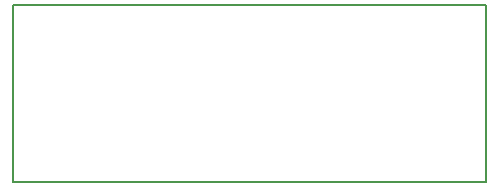
<source format=gbr>
G04 PROTEUS RS274X GERBER FILE*
%FSLAX45Y45*%
%MOMM*%
G01*
%ADD14C,0.203200*%
D14*
X-800000Y+500000D02*
X+3200000Y+500000D01*
X+3200000Y+2000000D01*
X-800000Y+2000000D01*
X-800000Y+500000D01*
M02*

</source>
